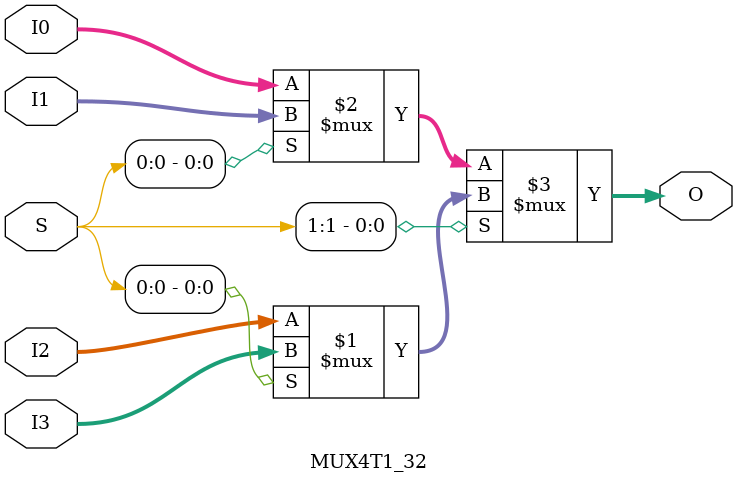
<source format=v>
module MUX4T1_32 (
    input [31:0] I0,
    input [31:0] I1,
    input [31:0] I2,
    input [31:0] I3,
    input [1:0] S,
    output [31:0] O
);

    assign O = S[1] ? (S[0] ? I3 : I2) : (S[0] ? I1 : I0);

endmodule
</source>
